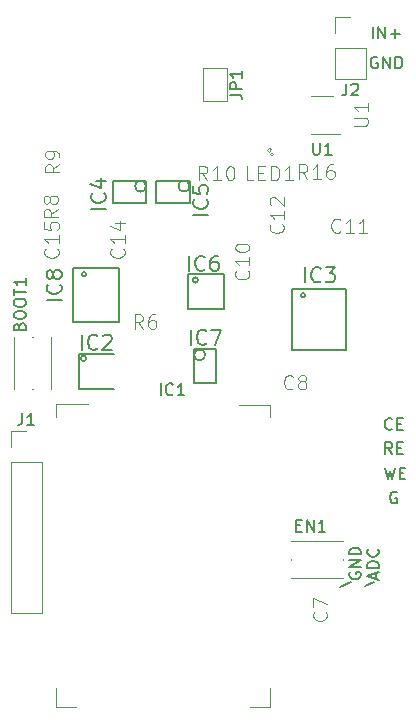
<source format=gbr>
G04 #@! TF.GenerationSoftware,KiCad,Pcbnew,(5.1.0)-1*
G04 #@! TF.CreationDate,2019-05-26T23:58:58+02:00*
G04 #@! TF.ProjectId,UWED,55574544-2e6b-4696-9361-645f70636258,rev?*
G04 #@! TF.SameCoordinates,Original*
G04 #@! TF.FileFunction,Legend,Top*
G04 #@! TF.FilePolarity,Positive*
%FSLAX46Y46*%
G04 Gerber Fmt 4.6, Leading zero omitted, Abs format (unit mm)*
G04 Created by KiCad (PCBNEW (5.1.0)-1) date 2019-05-26 23:58:58*
%MOMM*%
%LPD*%
G04 APERTURE LIST*
%ADD10C,0.150000*%
%ADD11C,0.120000*%
%ADD12C,0.127000*%
%ADD13C,0.100000*%
%ADD14C,0.063400*%
%ADD15C,0.101600*%
G04 APERTURE END LIST*
D10*
X162420000Y-128370000D02*
X161650000Y-128750000D01*
X160450000Y-128370000D02*
X159550000Y-128840000D01*
X162687095Y-83955000D02*
X162591857Y-83907380D01*
X162449000Y-83907380D01*
X162306142Y-83955000D01*
X162210904Y-84050238D01*
X162163285Y-84145476D01*
X162115666Y-84335952D01*
X162115666Y-84478809D01*
X162163285Y-84669285D01*
X162210904Y-84764523D01*
X162306142Y-84859761D01*
X162449000Y-84907380D01*
X162544238Y-84907380D01*
X162687095Y-84859761D01*
X162734714Y-84812142D01*
X162734714Y-84478809D01*
X162544238Y-84478809D01*
X163163285Y-84907380D02*
X163163285Y-83907380D01*
X163734714Y-84907380D01*
X163734714Y-83907380D01*
X164210904Y-84907380D02*
X164210904Y-83907380D01*
X164449000Y-83907380D01*
X164591857Y-83955000D01*
X164687095Y-84050238D01*
X164734714Y-84145476D01*
X164782333Y-84335952D01*
X164782333Y-84478809D01*
X164734714Y-84669285D01*
X164687095Y-84764523D01*
X164591857Y-84859761D01*
X164449000Y-84907380D01*
X164210904Y-84907380D01*
X162306142Y-82367380D02*
X162306142Y-81367380D01*
X162782333Y-82367380D02*
X162782333Y-81367380D01*
X163353761Y-82367380D01*
X163353761Y-81367380D01*
X163829952Y-81986428D02*
X164591857Y-81986428D01*
X164210904Y-82367380D02*
X164210904Y-81605476D01*
X160340000Y-127571904D02*
X160292380Y-127667142D01*
X160292380Y-127810000D01*
X160340000Y-127952857D01*
X160435238Y-128048095D01*
X160530476Y-128095714D01*
X160720952Y-128143333D01*
X160863809Y-128143333D01*
X161054285Y-128095714D01*
X161149523Y-128048095D01*
X161244761Y-127952857D01*
X161292380Y-127810000D01*
X161292380Y-127714761D01*
X161244761Y-127571904D01*
X161197142Y-127524285D01*
X160863809Y-127524285D01*
X160863809Y-127714761D01*
X161292380Y-127095714D02*
X160292380Y-127095714D01*
X161292380Y-126524285D01*
X160292380Y-126524285D01*
X161292380Y-126048095D02*
X160292380Y-126048095D01*
X160292380Y-125810000D01*
X160340000Y-125667142D01*
X160435238Y-125571904D01*
X160530476Y-125524285D01*
X160720952Y-125476666D01*
X160863809Y-125476666D01*
X161054285Y-125524285D01*
X161149523Y-125571904D01*
X161244761Y-125667142D01*
X161292380Y-125810000D01*
X161292380Y-126048095D01*
X162536666Y-128088095D02*
X162536666Y-127611904D01*
X162822380Y-128183333D02*
X161822380Y-127850000D01*
X162822380Y-127516666D01*
X162822380Y-127183333D02*
X161822380Y-127183333D01*
X161822380Y-126945238D01*
X161870000Y-126802380D01*
X161965238Y-126707142D01*
X162060476Y-126659523D01*
X162250952Y-126611904D01*
X162393809Y-126611904D01*
X162584285Y-126659523D01*
X162679523Y-126707142D01*
X162774761Y-126802380D01*
X162822380Y-126945238D01*
X162822380Y-127183333D01*
X162727142Y-125611904D02*
X162774761Y-125659523D01*
X162822380Y-125802380D01*
X162822380Y-125897619D01*
X162774761Y-126040476D01*
X162679523Y-126135714D01*
X162584285Y-126183333D01*
X162393809Y-126230952D01*
X162250952Y-126230952D01*
X162060476Y-126183333D01*
X161965238Y-126135714D01*
X161870000Y-126040476D01*
X161822380Y-125897619D01*
X161822380Y-125802380D01*
X161870000Y-125659523D01*
X161917619Y-125611904D01*
X164345904Y-120785000D02*
X164250666Y-120737380D01*
X164107809Y-120737380D01*
X163964952Y-120785000D01*
X163869714Y-120880238D01*
X163822095Y-120975476D01*
X163774476Y-121165952D01*
X163774476Y-121308809D01*
X163822095Y-121499285D01*
X163869714Y-121594523D01*
X163964952Y-121689761D01*
X164107809Y-121737380D01*
X164203047Y-121737380D01*
X164345904Y-121689761D01*
X164393523Y-121642142D01*
X164393523Y-121308809D01*
X164203047Y-121308809D01*
X163330047Y-118705380D02*
X163568142Y-119705380D01*
X163758619Y-118991095D01*
X163949095Y-119705380D01*
X164187190Y-118705380D01*
X164568142Y-119181571D02*
X164901476Y-119181571D01*
X165044333Y-119705380D02*
X164568142Y-119705380D01*
X164568142Y-118705380D01*
X165044333Y-118705380D01*
X163941142Y-117546380D02*
X163607809Y-117070190D01*
X163369714Y-117546380D02*
X163369714Y-116546380D01*
X163750666Y-116546380D01*
X163845904Y-116594000D01*
X163893523Y-116641619D01*
X163941142Y-116736857D01*
X163941142Y-116879714D01*
X163893523Y-116974952D01*
X163845904Y-117022571D01*
X163750666Y-117070190D01*
X163369714Y-117070190D01*
X164369714Y-117022571D02*
X164703047Y-117022571D01*
X164845904Y-117546380D02*
X164369714Y-117546380D01*
X164369714Y-116546380D01*
X164845904Y-116546380D01*
X163941142Y-115419142D02*
X163893523Y-115466761D01*
X163750666Y-115514380D01*
X163655428Y-115514380D01*
X163512571Y-115466761D01*
X163417333Y-115371523D01*
X163369714Y-115276285D01*
X163322095Y-115085809D01*
X163322095Y-114942952D01*
X163369714Y-114752476D01*
X163417333Y-114657238D01*
X163512571Y-114562000D01*
X163655428Y-114514380D01*
X163750666Y-114514380D01*
X163893523Y-114562000D01*
X163941142Y-114609619D01*
X164369714Y-114990571D02*
X164703047Y-114990571D01*
X164845904Y-115514380D02*
X164369714Y-115514380D01*
X164369714Y-114514380D01*
X164845904Y-114514380D01*
D11*
X158900000Y-87240000D02*
X157100000Y-87240000D01*
X157100000Y-90460000D02*
X159550000Y-90460000D01*
X149950000Y-84890000D02*
X149950000Y-87690000D01*
X149950000Y-87690000D02*
X147950000Y-87690000D01*
X147950000Y-87690000D02*
X147950000Y-84890000D01*
X147950000Y-84890000D02*
X149950000Y-84890000D01*
D12*
X147513206Y-102814200D02*
G75*
G03X147513206Y-102814200I-223606J0D01*
G01*
X146689600Y-105314200D02*
X146689600Y-102314200D01*
X149689600Y-105314200D02*
X146689600Y-105314200D01*
X149689600Y-102314200D02*
X149689600Y-105314200D01*
X146689600Y-102314200D02*
X149689600Y-102314200D01*
D11*
X159071000Y-85785000D02*
X161731000Y-85785000D01*
X159071000Y-83185000D02*
X159071000Y-85785000D01*
X161731000Y-83185000D02*
X161731000Y-85785000D01*
X159071000Y-83185000D02*
X161731000Y-83185000D01*
X159071000Y-81915000D02*
X159071000Y-80585000D01*
X159071000Y-80585000D02*
X160401000Y-80585000D01*
X155407000Y-126442000D02*
X155407000Y-126542000D01*
X159807000Y-124942000D02*
X155407000Y-124942000D01*
X155407000Y-128042000D02*
X159807000Y-128042000D01*
X159807000Y-126442000D02*
X159807000Y-126542000D01*
X133527000Y-107655000D02*
X133427000Y-107655000D01*
X135027000Y-112055000D02*
X135027000Y-107655000D01*
X131927000Y-107655000D02*
X131927000Y-112055000D01*
X133527000Y-112055000D02*
X133427000Y-112055000D01*
X131639000Y-130997000D02*
X134299000Y-130997000D01*
X131639000Y-118237000D02*
X131639000Y-130997000D01*
X134299000Y-118237000D02*
X134299000Y-130997000D01*
X131639000Y-118237000D02*
X134299000Y-118237000D01*
X131639000Y-116967000D02*
X131639000Y-115637000D01*
X131639000Y-115637000D02*
X132969000Y-115637000D01*
D13*
X153605000Y-113360000D02*
X150955000Y-113360000D01*
X153605000Y-114410000D02*
X153605000Y-113360000D01*
X135455000Y-113340000D02*
X138155000Y-113340000D01*
X135455000Y-114380000D02*
X135455000Y-113340000D01*
X153575000Y-138980000D02*
X151945000Y-138980000D01*
X153575000Y-137350000D02*
X153575000Y-138980000D01*
X135505000Y-138980000D02*
X137145000Y-138980000D01*
X135505000Y-137360000D02*
X135505000Y-138980000D01*
X153879400Y-92190600D02*
G75*
G03X153879400Y-92190600I-125000J0D01*
G01*
D14*
X153504400Y-91615600D02*
X153654400Y-91765600D01*
X153329400Y-91790600D02*
X153504400Y-91615600D01*
X153479400Y-91940600D02*
X153329400Y-91790600D01*
X153654400Y-91765600D02*
X153479400Y-91940600D01*
D12*
X155460600Y-108762640D02*
X155460600Y-103560960D01*
X160012040Y-108762640D02*
X155460600Y-108762640D01*
X160012040Y-103560960D02*
X160012040Y-108762640D01*
X155460600Y-103560960D02*
X160012040Y-103560960D01*
X156593840Y-104109600D02*
G75*
G03X156593840Y-104109600I-193440J0D01*
G01*
X143103500Y-94394100D02*
X143103500Y-96273700D01*
X143103500Y-96273700D02*
X140284100Y-96273700D01*
X140284100Y-96273700D02*
X140284100Y-94394100D01*
X140284100Y-94394100D02*
X143103500Y-94394100D01*
X143103500Y-94864000D02*
G75*
G03X143103500Y-94864000I-469900J0D01*
G01*
X146786500Y-94394100D02*
X146786500Y-96273700D01*
X146786500Y-96273700D02*
X143967100Y-96273700D01*
X143967100Y-96273700D02*
X143967100Y-94394100D01*
X143967100Y-94394100D02*
X146786500Y-94394100D01*
X146786500Y-94864000D02*
G75*
G03X146786500Y-94864000I-469900J0D01*
G01*
X148107300Y-109164200D02*
G75*
G03X148107300Y-109164200I-469900J0D01*
G01*
X147167500Y-111513700D02*
X147167500Y-108694300D01*
X149047100Y-111513700D02*
X147167500Y-111513700D01*
X149047100Y-108694300D02*
X149047100Y-111513700D01*
X147167500Y-108694300D02*
X149047100Y-108694300D01*
X136918600Y-106334640D02*
X136918600Y-101782960D01*
X140820040Y-106334640D02*
X136918600Y-106334640D01*
X140820040Y-101782960D02*
X140820040Y-106334640D01*
X136918600Y-101782960D02*
X140820040Y-101782960D01*
X138051840Y-102331600D02*
G75*
G03X138051840Y-102331600I-193440J0D01*
G01*
X138034206Y-109445200D02*
G75*
G03X138034206Y-109445200I-223606J0D01*
G01*
X137410600Y-112045200D02*
X137410600Y-109045200D01*
X140410600Y-112045200D02*
X137410600Y-112045200D01*
X137410600Y-109045200D02*
X140410600Y-109045200D01*
D10*
X157238095Y-91202380D02*
X157238095Y-92011904D01*
X157285714Y-92107142D01*
X157333333Y-92154761D01*
X157428571Y-92202380D01*
X157619047Y-92202380D01*
X157714285Y-92154761D01*
X157761904Y-92107142D01*
X157809523Y-92011904D01*
X157809523Y-91202380D01*
X158809523Y-92202380D02*
X158238095Y-92202380D01*
X158523809Y-92202380D02*
X158523809Y-91202380D01*
X158428571Y-91345238D01*
X158333333Y-91440476D01*
X158238095Y-91488095D01*
D15*
X160679297Y-89749238D02*
X161655988Y-89749238D01*
X161770892Y-89691785D01*
X161828345Y-89634333D01*
X161885797Y-89519428D01*
X161885797Y-89289619D01*
X161828345Y-89174714D01*
X161770892Y-89117261D01*
X161655988Y-89059809D01*
X160679297Y-89059809D01*
X161885797Y-87853309D02*
X161885797Y-88542738D01*
X161885797Y-88198023D02*
X160679297Y-88198023D01*
X160851654Y-88312928D01*
X160966559Y-88427833D01*
X161024011Y-88542738D01*
D10*
X150202380Y-87123333D02*
X150916666Y-87123333D01*
X151059523Y-87170952D01*
X151154761Y-87266190D01*
X151202380Y-87409047D01*
X151202380Y-87504285D01*
X151202380Y-86647142D02*
X150202380Y-86647142D01*
X150202380Y-86266190D01*
X150250000Y-86170952D01*
X150297619Y-86123333D01*
X150392857Y-86075714D01*
X150535714Y-86075714D01*
X150630952Y-86123333D01*
X150678571Y-86170952D01*
X150726190Y-86266190D01*
X150726190Y-86647142D01*
X151202380Y-85123333D02*
X151202380Y-85694761D01*
X151202380Y-85409047D02*
X150202380Y-85409047D01*
X150345238Y-85504285D01*
X150440476Y-85599523D01*
X150488095Y-85694761D01*
D15*
X156766055Y-94239047D02*
X156363888Y-93664523D01*
X156076626Y-94239047D02*
X156076626Y-93032547D01*
X156536245Y-93032547D01*
X156651150Y-93090000D01*
X156708602Y-93147452D01*
X156766055Y-93262357D01*
X156766055Y-93434714D01*
X156708602Y-93549619D01*
X156651150Y-93607071D01*
X156536245Y-93664523D01*
X156076626Y-93664523D01*
X157915102Y-94239047D02*
X157225674Y-94239047D01*
X157570388Y-94239047D02*
X157570388Y-93032547D01*
X157455483Y-93204904D01*
X157340579Y-93319809D01*
X157225674Y-93377261D01*
X158949245Y-93032547D02*
X158719436Y-93032547D01*
X158604531Y-93090000D01*
X158547079Y-93147452D01*
X158432174Y-93319809D01*
X158374721Y-93549619D01*
X158374721Y-94009238D01*
X158432174Y-94124142D01*
X158489626Y-94181595D01*
X158604531Y-94239047D01*
X158834340Y-94239047D01*
X158949245Y-94181595D01*
X159006698Y-94124142D01*
X159064150Y-94009238D01*
X159064150Y-93721976D01*
X159006698Y-93607071D01*
X158949245Y-93549619D01*
X158834340Y-93492166D01*
X158604531Y-93492166D01*
X158489626Y-93549619D01*
X158432174Y-93607071D01*
X158374721Y-93721976D01*
D10*
X146740238Y-102044523D02*
X146740238Y-100774523D01*
X148070714Y-101923571D02*
X148010238Y-101984047D01*
X147828809Y-102044523D01*
X147707857Y-102044523D01*
X147526428Y-101984047D01*
X147405476Y-101863095D01*
X147345000Y-101742142D01*
X147284523Y-101500238D01*
X147284523Y-101318809D01*
X147345000Y-101076904D01*
X147405476Y-100955952D01*
X147526428Y-100835000D01*
X147707857Y-100774523D01*
X147828809Y-100774523D01*
X148010238Y-100835000D01*
X148070714Y-100895476D01*
X149159285Y-100774523D02*
X148917380Y-100774523D01*
X148796428Y-100835000D01*
X148735952Y-100895476D01*
X148615000Y-101076904D01*
X148554523Y-101318809D01*
X148554523Y-101802619D01*
X148615000Y-101923571D01*
X148675476Y-101984047D01*
X148796428Y-102044523D01*
X149038333Y-102044523D01*
X149159285Y-101984047D01*
X149219761Y-101923571D01*
X149280238Y-101802619D01*
X149280238Y-101500238D01*
X149219761Y-101379285D01*
X149159285Y-101318809D01*
X149038333Y-101258333D01*
X148796428Y-101258333D01*
X148675476Y-101318809D01*
X148615000Y-101379285D01*
X148554523Y-101500238D01*
X160067666Y-86193380D02*
X160067666Y-86907666D01*
X160020047Y-87050523D01*
X159924809Y-87145761D01*
X159781952Y-87193380D01*
X159686714Y-87193380D01*
X160496238Y-86288619D02*
X160543857Y-86241000D01*
X160639095Y-86193380D01*
X160877190Y-86193380D01*
X160972428Y-86241000D01*
X161020047Y-86288619D01*
X161067666Y-86383857D01*
X161067666Y-86479095D01*
X161020047Y-86621952D01*
X160448619Y-87193380D01*
X161067666Y-87193380D01*
X155815714Y-123588571D02*
X156149047Y-123588571D01*
X156291904Y-124112380D02*
X155815714Y-124112380D01*
X155815714Y-123112380D01*
X156291904Y-123112380D01*
X156720476Y-124112380D02*
X156720476Y-123112380D01*
X157291904Y-124112380D01*
X157291904Y-123112380D01*
X158291904Y-124112380D02*
X157720476Y-124112380D01*
X158006190Y-124112380D02*
X158006190Y-123112380D01*
X157910952Y-123255238D01*
X157815714Y-123350476D01*
X157720476Y-123398095D01*
X132389571Y-106735333D02*
X132437190Y-106592476D01*
X132484809Y-106544857D01*
X132580047Y-106497238D01*
X132722904Y-106497238D01*
X132818142Y-106544857D01*
X132865761Y-106592476D01*
X132913380Y-106687714D01*
X132913380Y-107068666D01*
X131913380Y-107068666D01*
X131913380Y-106735333D01*
X131961000Y-106640095D01*
X132008619Y-106592476D01*
X132103857Y-106544857D01*
X132199095Y-106544857D01*
X132294333Y-106592476D01*
X132341952Y-106640095D01*
X132389571Y-106735333D01*
X132389571Y-107068666D01*
X131913380Y-105878190D02*
X131913380Y-105687714D01*
X131961000Y-105592476D01*
X132056238Y-105497238D01*
X132246714Y-105449619D01*
X132580047Y-105449619D01*
X132770523Y-105497238D01*
X132865761Y-105592476D01*
X132913380Y-105687714D01*
X132913380Y-105878190D01*
X132865761Y-105973428D01*
X132770523Y-106068666D01*
X132580047Y-106116285D01*
X132246714Y-106116285D01*
X132056238Y-106068666D01*
X131961000Y-105973428D01*
X131913380Y-105878190D01*
X131913380Y-104830571D02*
X131913380Y-104640095D01*
X131961000Y-104544857D01*
X132056238Y-104449619D01*
X132246714Y-104402000D01*
X132580047Y-104402000D01*
X132770523Y-104449619D01*
X132865761Y-104544857D01*
X132913380Y-104640095D01*
X132913380Y-104830571D01*
X132865761Y-104925809D01*
X132770523Y-105021047D01*
X132580047Y-105068666D01*
X132246714Y-105068666D01*
X132056238Y-105021047D01*
X131961000Y-104925809D01*
X131913380Y-104830571D01*
X131913380Y-104116285D02*
X131913380Y-103544857D01*
X132913380Y-103830571D02*
X131913380Y-103830571D01*
X132913380Y-102687714D02*
X132913380Y-103259142D01*
X132913380Y-102973428D02*
X131913380Y-102973428D01*
X132056238Y-103068666D01*
X132151476Y-103163904D01*
X132199095Y-103259142D01*
X132635666Y-114089380D02*
X132635666Y-114803666D01*
X132588047Y-114946523D01*
X132492809Y-115041761D01*
X132349952Y-115089380D01*
X132254714Y-115089380D01*
X133635666Y-115089380D02*
X133064238Y-115089380D01*
X133349952Y-115089380D02*
X133349952Y-114089380D01*
X133254714Y-114232238D01*
X133159476Y-114327476D01*
X133064238Y-114375095D01*
X144343809Y-112572380D02*
X144343809Y-111572380D01*
X145391428Y-112477142D02*
X145343809Y-112524761D01*
X145200952Y-112572380D01*
X145105714Y-112572380D01*
X144962857Y-112524761D01*
X144867619Y-112429523D01*
X144820000Y-112334285D01*
X144772380Y-112143809D01*
X144772380Y-112000952D01*
X144820000Y-111810476D01*
X144867619Y-111715238D01*
X144962857Y-111620000D01*
X145105714Y-111572380D01*
X145200952Y-111572380D01*
X145343809Y-111620000D01*
X145391428Y-111667619D01*
X146343809Y-112572380D02*
X145772380Y-112572380D01*
X146058095Y-112572380D02*
X146058095Y-111572380D01*
X145962857Y-111715238D01*
X145867619Y-111810476D01*
X145772380Y-111858095D01*
D15*
X151732242Y-102025469D02*
X151789695Y-102082921D01*
X151847147Y-102255279D01*
X151847147Y-102370183D01*
X151789695Y-102542540D01*
X151674790Y-102657445D01*
X151559885Y-102714898D01*
X151330076Y-102772350D01*
X151157719Y-102772350D01*
X150927909Y-102714898D01*
X150813004Y-102657445D01*
X150698100Y-102542540D01*
X150640647Y-102370183D01*
X150640647Y-102255279D01*
X150698100Y-102082921D01*
X150755552Y-102025469D01*
X151847147Y-100876421D02*
X151847147Y-101565850D01*
X151847147Y-101221136D02*
X150640647Y-101221136D01*
X150813004Y-101336040D01*
X150927909Y-101450945D01*
X150985361Y-101565850D01*
X150640647Y-100129540D02*
X150640647Y-100014636D01*
X150698100Y-99899731D01*
X150755552Y-99842279D01*
X150870457Y-99784826D01*
X151100266Y-99727374D01*
X151387528Y-99727374D01*
X151617338Y-99784826D01*
X151732242Y-99842279D01*
X151789695Y-99899731D01*
X151847147Y-100014636D01*
X151847147Y-100129540D01*
X151789695Y-100244445D01*
X151732242Y-100301898D01*
X151617338Y-100359350D01*
X151387528Y-100416802D01*
X151100266Y-100416802D01*
X150870457Y-100359350D01*
X150755552Y-100301898D01*
X150698100Y-100244445D01*
X150640647Y-100129540D01*
X159551330Y-98704842D02*
X159493878Y-98762295D01*
X159321520Y-98819747D01*
X159206616Y-98819747D01*
X159034259Y-98762295D01*
X158919354Y-98647390D01*
X158861901Y-98532485D01*
X158804449Y-98302676D01*
X158804449Y-98130319D01*
X158861901Y-97900509D01*
X158919354Y-97785604D01*
X159034259Y-97670700D01*
X159206616Y-97613247D01*
X159321520Y-97613247D01*
X159493878Y-97670700D01*
X159551330Y-97728152D01*
X160700378Y-98819747D02*
X160010949Y-98819747D01*
X160355663Y-98819747D02*
X160355663Y-97613247D01*
X160240759Y-97785604D01*
X160125854Y-97900509D01*
X160010949Y-97957961D01*
X161849425Y-98819747D02*
X161159997Y-98819747D01*
X161504711Y-98819747D02*
X161504711Y-97613247D01*
X161389806Y-97785604D01*
X161274901Y-97900509D01*
X161159997Y-97957961D01*
X154653242Y-98088469D02*
X154710695Y-98145921D01*
X154768147Y-98318279D01*
X154768147Y-98433183D01*
X154710695Y-98605540D01*
X154595790Y-98720445D01*
X154480885Y-98777898D01*
X154251076Y-98835350D01*
X154078719Y-98835350D01*
X153848909Y-98777898D01*
X153734004Y-98720445D01*
X153619100Y-98605540D01*
X153561647Y-98433183D01*
X153561647Y-98318279D01*
X153619100Y-98145921D01*
X153676552Y-98088469D01*
X154768147Y-96939421D02*
X154768147Y-97628850D01*
X154768147Y-97284136D02*
X153561647Y-97284136D01*
X153734004Y-97399040D01*
X153848909Y-97513945D01*
X153906361Y-97628850D01*
X153676552Y-96479802D02*
X153619100Y-96422350D01*
X153561647Y-96307445D01*
X153561647Y-96020183D01*
X153619100Y-95905279D01*
X153676552Y-95847826D01*
X153791457Y-95790374D01*
X153906361Y-95790374D01*
X154078719Y-95847826D01*
X154768147Y-96537255D01*
X154768147Y-95790374D01*
X141178642Y-100176269D02*
X141236095Y-100233721D01*
X141293547Y-100406079D01*
X141293547Y-100520983D01*
X141236095Y-100693340D01*
X141121190Y-100808245D01*
X141006285Y-100865698D01*
X140776476Y-100923150D01*
X140604119Y-100923150D01*
X140374309Y-100865698D01*
X140259404Y-100808245D01*
X140144500Y-100693340D01*
X140087047Y-100520983D01*
X140087047Y-100406079D01*
X140144500Y-100233721D01*
X140201952Y-100176269D01*
X141293547Y-99027221D02*
X141293547Y-99716650D01*
X141293547Y-99371936D02*
X140087047Y-99371936D01*
X140259404Y-99486840D01*
X140374309Y-99601745D01*
X140431761Y-99716650D01*
X140489214Y-97993079D02*
X141293547Y-97993079D01*
X140029595Y-98280340D02*
X140891380Y-98567602D01*
X140891380Y-97820721D01*
X135590642Y-100176269D02*
X135648095Y-100233721D01*
X135705547Y-100406079D01*
X135705547Y-100520983D01*
X135648095Y-100693340D01*
X135533190Y-100808245D01*
X135418285Y-100865698D01*
X135188476Y-100923150D01*
X135016119Y-100923150D01*
X134786309Y-100865698D01*
X134671404Y-100808245D01*
X134556500Y-100693340D01*
X134499047Y-100520983D01*
X134499047Y-100406079D01*
X134556500Y-100233721D01*
X134613952Y-100176269D01*
X135705547Y-99027221D02*
X135705547Y-99716650D01*
X135705547Y-99371936D02*
X134499047Y-99371936D01*
X134671404Y-99486840D01*
X134786309Y-99601745D01*
X134843761Y-99716650D01*
X134499047Y-97935626D02*
X134499047Y-98510150D01*
X135073571Y-98567602D01*
X135016119Y-98510150D01*
X134958666Y-98395245D01*
X134958666Y-98107983D01*
X135016119Y-97993079D01*
X135073571Y-97935626D01*
X135188476Y-97878174D01*
X135475738Y-97878174D01*
X135590642Y-97935626D01*
X135648095Y-97993079D01*
X135705547Y-98107983D01*
X135705547Y-98395245D01*
X135648095Y-98510150D01*
X135590642Y-98567602D01*
X158323642Y-130910269D02*
X158381095Y-130967721D01*
X158438547Y-131140079D01*
X158438547Y-131254983D01*
X158381095Y-131427340D01*
X158266190Y-131542245D01*
X158151285Y-131599698D01*
X157921476Y-131657150D01*
X157749119Y-131657150D01*
X157519309Y-131599698D01*
X157404404Y-131542245D01*
X157289500Y-131427340D01*
X157232047Y-131254983D01*
X157232047Y-131140079D01*
X157289500Y-130967721D01*
X157346952Y-130910269D01*
X157232047Y-130508102D02*
X157232047Y-129703769D01*
X158438547Y-130220840D01*
X155535730Y-111968642D02*
X155478278Y-112026095D01*
X155305920Y-112083547D01*
X155191016Y-112083547D01*
X155018659Y-112026095D01*
X154903754Y-111911190D01*
X154846301Y-111796285D01*
X154788849Y-111566476D01*
X154788849Y-111394119D01*
X154846301Y-111164309D01*
X154903754Y-111049404D01*
X155018659Y-110934500D01*
X155191016Y-110877047D01*
X155305920Y-110877047D01*
X155478278Y-110934500D01*
X155535730Y-110991952D01*
X156225159Y-111394119D02*
X156110254Y-111336666D01*
X156052801Y-111279214D01*
X155995349Y-111164309D01*
X155995349Y-111106857D01*
X156052801Y-110991952D01*
X156110254Y-110934500D01*
X156225159Y-110877047D01*
X156454968Y-110877047D01*
X156569873Y-110934500D01*
X156627325Y-110991952D01*
X156684778Y-111106857D01*
X156684778Y-111164309D01*
X156627325Y-111279214D01*
X156569873Y-111336666D01*
X156454968Y-111394119D01*
X156225159Y-111394119D01*
X156110254Y-111451571D01*
X156052801Y-111509023D01*
X155995349Y-111623928D01*
X155995349Y-111853738D01*
X156052801Y-111968642D01*
X156110254Y-112026095D01*
X156225159Y-112083547D01*
X156454968Y-112083547D01*
X156569873Y-112026095D01*
X156627325Y-111968642D01*
X156684778Y-111853738D01*
X156684778Y-111623928D01*
X156627325Y-111509023D01*
X156569873Y-111451571D01*
X156454968Y-111394119D01*
X152200912Y-94367047D02*
X151626388Y-94367047D01*
X151626388Y-93160547D01*
X152603079Y-93735071D02*
X153005245Y-93735071D01*
X153177602Y-94367047D02*
X152603079Y-94367047D01*
X152603079Y-93160547D01*
X153177602Y-93160547D01*
X153694674Y-94367047D02*
X153694674Y-93160547D01*
X153981936Y-93160547D01*
X154154293Y-93218000D01*
X154269198Y-93332904D01*
X154326650Y-93447809D01*
X154384102Y-93677619D01*
X154384102Y-93849976D01*
X154326650Y-94079785D01*
X154269198Y-94194690D01*
X154154293Y-94309595D01*
X153981936Y-94367047D01*
X153694674Y-94367047D01*
X155533150Y-94367047D02*
X154843721Y-94367047D01*
X155188436Y-94367047D02*
X155188436Y-93160547D01*
X155073531Y-93332904D01*
X154958626Y-93447809D01*
X154843721Y-93505261D01*
X148282055Y-94367047D02*
X147879888Y-93792523D01*
X147592626Y-94367047D02*
X147592626Y-93160547D01*
X148052245Y-93160547D01*
X148167150Y-93218000D01*
X148224602Y-93275452D01*
X148282055Y-93390357D01*
X148282055Y-93562714D01*
X148224602Y-93677619D01*
X148167150Y-93735071D01*
X148052245Y-93792523D01*
X147592626Y-93792523D01*
X149431102Y-94367047D02*
X148741674Y-94367047D01*
X149086388Y-94367047D02*
X149086388Y-93160547D01*
X148971483Y-93332904D01*
X148856579Y-93447809D01*
X148741674Y-93505261D01*
X150177983Y-93160547D02*
X150292888Y-93160547D01*
X150407793Y-93218000D01*
X150465245Y-93275452D01*
X150522698Y-93390357D01*
X150580150Y-93620166D01*
X150580150Y-93907428D01*
X150522698Y-94137238D01*
X150465245Y-94252142D01*
X150407793Y-94309595D01*
X150292888Y-94367047D01*
X150177983Y-94367047D01*
X150063079Y-94309595D01*
X150005626Y-94252142D01*
X149948174Y-94137238D01*
X149890721Y-93907428D01*
X149890721Y-93620166D01*
X149948174Y-93390357D01*
X150005626Y-93275452D01*
X150063079Y-93218000D01*
X150177983Y-93160547D01*
X142827102Y-106940047D02*
X142424936Y-106365523D01*
X142137674Y-106940047D02*
X142137674Y-105733547D01*
X142597293Y-105733547D01*
X142712198Y-105791000D01*
X142769650Y-105848452D01*
X142827102Y-105963357D01*
X142827102Y-106135714D01*
X142769650Y-106250619D01*
X142712198Y-106308071D01*
X142597293Y-106365523D01*
X142137674Y-106365523D01*
X143861245Y-105733547D02*
X143631436Y-105733547D01*
X143516531Y-105791000D01*
X143459079Y-105848452D01*
X143344174Y-106020809D01*
X143286721Y-106250619D01*
X143286721Y-106710238D01*
X143344174Y-106825142D01*
X143401626Y-106882595D01*
X143516531Y-106940047D01*
X143746340Y-106940047D01*
X143861245Y-106882595D01*
X143918698Y-106825142D01*
X143976150Y-106710238D01*
X143976150Y-106422976D01*
X143918698Y-106308071D01*
X143861245Y-106250619D01*
X143746340Y-106193166D01*
X143516531Y-106193166D01*
X143401626Y-106250619D01*
X143344174Y-106308071D01*
X143286721Y-106422976D01*
X135642047Y-96821897D02*
X135067523Y-97224063D01*
X135642047Y-97511325D02*
X134435547Y-97511325D01*
X134435547Y-97051706D01*
X134493000Y-96936801D01*
X134550452Y-96879349D01*
X134665357Y-96821897D01*
X134837714Y-96821897D01*
X134952619Y-96879349D01*
X135010071Y-96936801D01*
X135067523Y-97051706D01*
X135067523Y-97511325D01*
X134952619Y-96132468D02*
X134895166Y-96247373D01*
X134837714Y-96304825D01*
X134722809Y-96362278D01*
X134665357Y-96362278D01*
X134550452Y-96304825D01*
X134493000Y-96247373D01*
X134435547Y-96132468D01*
X134435547Y-95902659D01*
X134493000Y-95787754D01*
X134550452Y-95730301D01*
X134665357Y-95672849D01*
X134722809Y-95672849D01*
X134837714Y-95730301D01*
X134895166Y-95787754D01*
X134952619Y-95902659D01*
X134952619Y-96132468D01*
X135010071Y-96247373D01*
X135067523Y-96304825D01*
X135182428Y-96362278D01*
X135412238Y-96362278D01*
X135527142Y-96304825D01*
X135584595Y-96247373D01*
X135642047Y-96132468D01*
X135642047Y-95902659D01*
X135584595Y-95787754D01*
X135527142Y-95730301D01*
X135412238Y-95672849D01*
X135182428Y-95672849D01*
X135067523Y-95730301D01*
X135010071Y-95787754D01*
X134952619Y-95902659D01*
X135769047Y-93011897D02*
X135194523Y-93414063D01*
X135769047Y-93701325D02*
X134562547Y-93701325D01*
X134562547Y-93241706D01*
X134620000Y-93126801D01*
X134677452Y-93069349D01*
X134792357Y-93011897D01*
X134964714Y-93011897D01*
X135079619Y-93069349D01*
X135137071Y-93126801D01*
X135194523Y-93241706D01*
X135194523Y-93701325D01*
X135769047Y-92437373D02*
X135769047Y-92207563D01*
X135711595Y-92092659D01*
X135654142Y-92035206D01*
X135481785Y-91920301D01*
X135251976Y-91862849D01*
X134792357Y-91862849D01*
X134677452Y-91920301D01*
X134620000Y-91977754D01*
X134562547Y-92092659D01*
X134562547Y-92322468D01*
X134620000Y-92437373D01*
X134677452Y-92494825D01*
X134792357Y-92552278D01*
X135079619Y-92552278D01*
X135194523Y-92494825D01*
X135251976Y-92437373D01*
X135309428Y-92322468D01*
X135309428Y-92092659D01*
X135251976Y-91977754D01*
X135194523Y-91920301D01*
X135079619Y-91862849D01*
D10*
X156550238Y-103014523D02*
X156550238Y-101744523D01*
X157880714Y-102893571D02*
X157820238Y-102954047D01*
X157638809Y-103014523D01*
X157517857Y-103014523D01*
X157336428Y-102954047D01*
X157215476Y-102833095D01*
X157155000Y-102712142D01*
X157094523Y-102470238D01*
X157094523Y-102288809D01*
X157155000Y-102046904D01*
X157215476Y-101925952D01*
X157336428Y-101805000D01*
X157517857Y-101744523D01*
X157638809Y-101744523D01*
X157820238Y-101805000D01*
X157880714Y-101865476D01*
X158304047Y-101744523D02*
X159090238Y-101744523D01*
X158666904Y-102228333D01*
X158848333Y-102228333D01*
X158969285Y-102288809D01*
X159029761Y-102349285D01*
X159090238Y-102470238D01*
X159090238Y-102772619D01*
X159029761Y-102893571D01*
X158969285Y-102954047D01*
X158848333Y-103014523D01*
X158485476Y-103014523D01*
X158364523Y-102954047D01*
X158304047Y-102893571D01*
X139699523Y-96819404D02*
X138429523Y-96819404D01*
X139578571Y-95488928D02*
X139639047Y-95549404D01*
X139699523Y-95730833D01*
X139699523Y-95851785D01*
X139639047Y-96033214D01*
X139518095Y-96154166D01*
X139397142Y-96214642D01*
X139155238Y-96275119D01*
X138973809Y-96275119D01*
X138731904Y-96214642D01*
X138610952Y-96154166D01*
X138490000Y-96033214D01*
X138429523Y-95851785D01*
X138429523Y-95730833D01*
X138490000Y-95549404D01*
X138550476Y-95488928D01*
X138852857Y-94400357D02*
X139699523Y-94400357D01*
X138369047Y-94702738D02*
X139276190Y-95005119D01*
X139276190Y-94218928D01*
X148359523Y-97309404D02*
X147089523Y-97309404D01*
X148238571Y-95978928D02*
X148299047Y-96039404D01*
X148359523Y-96220833D01*
X148359523Y-96341785D01*
X148299047Y-96523214D01*
X148178095Y-96644166D01*
X148057142Y-96704642D01*
X147815238Y-96765119D01*
X147633809Y-96765119D01*
X147391904Y-96704642D01*
X147270952Y-96644166D01*
X147150000Y-96523214D01*
X147089523Y-96341785D01*
X147089523Y-96220833D01*
X147150000Y-96039404D01*
X147210476Y-95978928D01*
X147089523Y-94829880D02*
X147089523Y-95434642D01*
X147694285Y-95495119D01*
X147633809Y-95434642D01*
X147573333Y-95313690D01*
X147573333Y-95011309D01*
X147633809Y-94890357D01*
X147694285Y-94829880D01*
X147815238Y-94769404D01*
X148117619Y-94769404D01*
X148238571Y-94829880D01*
X148299047Y-94890357D01*
X148359523Y-95011309D01*
X148359523Y-95313690D01*
X148299047Y-95434642D01*
X148238571Y-95495119D01*
X146880238Y-108294523D02*
X146880238Y-107024523D01*
X148210714Y-108173571D02*
X148150238Y-108234047D01*
X147968809Y-108294523D01*
X147847857Y-108294523D01*
X147666428Y-108234047D01*
X147545476Y-108113095D01*
X147485000Y-107992142D01*
X147424523Y-107750238D01*
X147424523Y-107568809D01*
X147485000Y-107326904D01*
X147545476Y-107205952D01*
X147666428Y-107085000D01*
X147847857Y-107024523D01*
X147968809Y-107024523D01*
X148150238Y-107085000D01*
X148210714Y-107145476D01*
X148634047Y-107024523D02*
X149480714Y-107024523D01*
X148936428Y-108294523D01*
X135954523Y-104529761D02*
X134684523Y-104529761D01*
X135833571Y-103199285D02*
X135894047Y-103259761D01*
X135954523Y-103441190D01*
X135954523Y-103562142D01*
X135894047Y-103743571D01*
X135773095Y-103864523D01*
X135652142Y-103925000D01*
X135410238Y-103985476D01*
X135228809Y-103985476D01*
X134986904Y-103925000D01*
X134865952Y-103864523D01*
X134745000Y-103743571D01*
X134684523Y-103562142D01*
X134684523Y-103441190D01*
X134745000Y-103259761D01*
X134805476Y-103199285D01*
X135228809Y-102473571D02*
X135168333Y-102594523D01*
X135107857Y-102655000D01*
X134986904Y-102715476D01*
X134926428Y-102715476D01*
X134805476Y-102655000D01*
X134745000Y-102594523D01*
X134684523Y-102473571D01*
X134684523Y-102231666D01*
X134745000Y-102110714D01*
X134805476Y-102050238D01*
X134926428Y-101989761D01*
X134986904Y-101989761D01*
X135107857Y-102050238D01*
X135168333Y-102110714D01*
X135228809Y-102231666D01*
X135228809Y-102473571D01*
X135289285Y-102594523D01*
X135349761Y-102655000D01*
X135470714Y-102715476D01*
X135712619Y-102715476D01*
X135833571Y-102655000D01*
X135894047Y-102594523D01*
X135954523Y-102473571D01*
X135954523Y-102231666D01*
X135894047Y-102110714D01*
X135833571Y-102050238D01*
X135712619Y-101989761D01*
X135470714Y-101989761D01*
X135349761Y-102050238D01*
X135289285Y-102110714D01*
X135228809Y-102231666D01*
X137640238Y-108724523D02*
X137640238Y-107454523D01*
X138970714Y-108603571D02*
X138910238Y-108664047D01*
X138728809Y-108724523D01*
X138607857Y-108724523D01*
X138426428Y-108664047D01*
X138305476Y-108543095D01*
X138245000Y-108422142D01*
X138184523Y-108180238D01*
X138184523Y-107998809D01*
X138245000Y-107756904D01*
X138305476Y-107635952D01*
X138426428Y-107515000D01*
X138607857Y-107454523D01*
X138728809Y-107454523D01*
X138910238Y-107515000D01*
X138970714Y-107575476D01*
X139454523Y-107575476D02*
X139515000Y-107515000D01*
X139635952Y-107454523D01*
X139938333Y-107454523D01*
X140059285Y-107515000D01*
X140119761Y-107575476D01*
X140180238Y-107696428D01*
X140180238Y-107817380D01*
X140119761Y-107998809D01*
X139394047Y-108724523D01*
X140180238Y-108724523D01*
M02*

</source>
